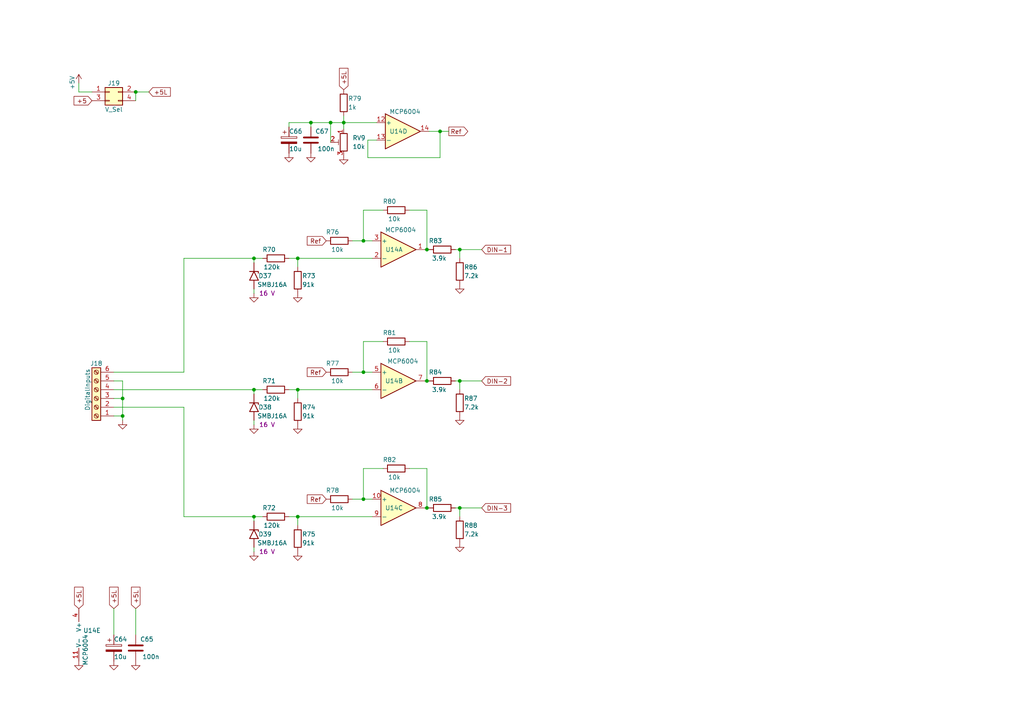
<source format=kicad_sch>
(kicad_sch (version 20211123) (generator eeschema)
  (paper "A4")
  (lib_symbols
    (symbol "Amplifier_Operational:MCP6004" (pin_names (offset 0.127))
      (property "Reference" "U" (at 0 5.08 0))
      (property "Value" "MCP6004" (at 0 -5.08 0))
      (symbol "MCP6004_1_1"
        (polyline (pts (xy -5.08 5.08) (xy 5.08 0) (xy -5.08 -5.08) (xy -5.08 5.08)) (stroke (width 0.254)) (fill (type background)))
        (pin output line (at 7.62 0 180) (length 2.54) (name "~") (number "1"))
        (pin input line (at -7.62 -2.54 0) (length 2.54) (name "-") (number "2"))
        (pin input line (at -7.62 2.54 0) (length 2.54) (name "+") (number "3"))
      )
      (symbol "MCP6004_2_1"
        (polyline (pts (xy -5.08 5.08) (xy 5.08 0) (xy -5.08 -5.08) (xy -5.08 5.08)) (stroke (width 0.254)) (fill (type background)))
        (pin input line (at -7.62 2.54 0) (length 2.54) (name "+") (number "5"))
        (pin input line (at -7.62 -2.54 0) (length 2.54) (name "-") (number "6"))
        (pin output line (at 7.62 0 180) (length 2.54) (name "~") (number "7"))
      )
      (symbol "MCP6004_3_1"
        (polyline (pts (xy -5.08 5.08) (xy 5.08 0) (xy -5.08 -5.08) (xy -5.08 5.08)) (stroke (width 0.254)) (fill (type background)))
        (pin input line (at -7.62 2.54 0) (length 2.54) (name "+") (number "10"))
        (pin output line (at 7.62 0 180) (length 2.54) (name "~") (number "8"))
        (pin input line (at -7.62 -2.54 0) (length 2.54) (name "-") (number "9"))
      )
      (symbol "MCP6004_4_1"
        (polyline (pts (xy -5.08 5.08) (xy 5.08 0) (xy -5.08 -5.08) (xy -5.08 5.08)) (stroke (width 0.254)) (fill (type background)))
        (pin input line (at -7.62 2.54 0) (length 2.54) (name "+") (number "12"))
        (pin input line (at -7.62 -2.54 0) (length 2.54) (name "-") (number "13"))
        (pin output line (at 7.62 0 180) (length 2.54) (name "~") (number "14"))
      )
      (symbol "MCP6004_5_1"
        (pin power_in line (at -2.54 -7.62 90) (length 3.81) (name "V-") (number "11"))
        (pin power_in line (at -2.54 7.62 270) (length 3.81) (name "V+") (number "4"))
      )
    )
    (symbol "Connector:Screw_Terminal_01x06" (pin_names (offset 1.016) hide)
      (property "Reference" "J" (at 0 7.62 0))
      (property "Value" "Screw_Terminal_01x06" (at 0 -10.16 0))
      (symbol "Screw_Terminal_01x06_1_1"
        (rectangle (start -1.27 6.35) (end 1.27 -8.89) (stroke (width 0.254)) (fill (type background)))
        (circle (center 0 -7.62) (radius 0.635) (stroke (width 0.1524)))
        (circle (center 0 -5.08) (radius 0.635) (stroke (width 0.1524)))
        (circle (center 0 -2.54) (radius 0.635) (stroke (width 0.1524)))
        (polyline (pts (xy -0.5334 -7.2898) (xy 0.3302 -8.128)) (stroke (width 0.1524)))
        (polyline (pts (xy -0.5334 -4.7498) (xy 0.3302 -5.588)) (stroke (width 0.1524)))
        (polyline (pts (xy -0.5334 -2.2098) (xy 0.3302 -3.048)) (stroke (width 0.1524)))
        (polyline (pts (xy -0.5334 0.3302) (xy 0.3302 -0.508)) (stroke (width 0.1524)))
        (polyline (pts (xy -0.5334 2.8702) (xy 0.3302 2.032)) (stroke (width 0.1524)))
        (polyline (pts (xy -0.5334 5.4102) (xy 0.3302 4.572)) (stroke (width 0.1524)))
        (polyline (pts (xy -0.3556 -7.112) (xy 0.508 -7.9502)) (stroke (width 0.1524)))
        (polyline (pts (xy -0.3556 -4.572) (xy 0.508 -5.4102)) (stroke (width 0.1524)))
        (polyline (pts (xy -0.3556 -2.032) (xy 0.508 -2.8702)) (stroke (width 0.1524)))
        (polyline (pts (xy -0.3556 0.508) (xy 0.508 -0.3302)) (stroke (width 0.1524)))
        (polyline (pts (xy -0.3556 3.048) (xy 0.508 2.2098)) (stroke (width 0.1524)))
        (polyline (pts (xy -0.3556 5.588) (xy 0.508 4.7498)) (stroke (width 0.1524)))
        (circle (center 0 0) (radius 0.635) (stroke (width 0.1524)))
        (circle (center 0 2.54) (radius 0.635) (stroke (width 0.1524)))
        (circle (center 0 5.08) (radius 0.635) (stroke (width 0.1524)))
        (pin passive line (at -5.08 5.08 0) (length 3.81) (name "Pin_1") (number "1"))
        (pin passive line (at -5.08 2.54 0) (length 3.81) (name "Pin_2") (number "2"))
        (pin passive line (at -5.08 0 0) (length 3.81) (name "Pin_3") (number "3"))
        (pin passive line (at -5.08 -2.54 0) (length 3.81) (name "Pin_4") (number "4"))
        (pin passive line (at -5.08 -5.08 0) (length 3.81) (name "Pin_5") (number "5"))
        (pin passive line (at -5.08 -7.62 0) (length 3.81) (name "Pin_6") (number "6"))
      )
    )
    (symbol "Connector_Generic:Conn_02x02_Odd_Even" (pin_names (offset 1.016) hide)
      (property "Reference" "J" (at 1.27 2.54 0))
      (property "Value" "Conn_02x02_Odd_Even" (at 1.27 -5.08 0))
      (symbol "Conn_02x02_Odd_Even_1_1"
        (rectangle (start -1.27 -2.413) (end 0 -2.667) (stroke (width 0.1524)))
        (rectangle (start -1.27 0.127) (end 0 -0.127) (stroke (width 0.1524)))
        (rectangle (start -1.27 1.27) (end 3.81 -3.81) (stroke (width 0.254)) (fill (type background)))
        (rectangle (start 3.81 -2.413) (end 2.54 -2.667) (stroke (width 0.1524)))
        (rectangle (start 3.81 0.127) (end 2.54 -0.127) (stroke (width 0.1524)))
        (pin passive line (at -5.08 0 0) (length 3.81) (name "Pin_1") (number "1"))
        (pin passive line (at 7.62 0 180) (length 3.81) (name "Pin_2") (number "2"))
        (pin passive line (at -5.08 -2.54 0) (length 3.81) (name "Pin_3") (number "3"))
        (pin passive line (at 7.62 -2.54 180) (length 3.81) (name "Pin_4") (number "4"))
      )
    )
    (symbol "Device:C" (pin_numbers hide) (pin_names (offset 0.254))
      (property "Reference" "C" (at 0.635 2.54 0))
      (property "Value" "C" (at 0.635 -2.54 0))
      (symbol "C_0_1"
        (polyline (pts (xy -2.032 -0.762) (xy 2.032 -0.762)) (stroke (width 0.508)))
        (polyline (pts (xy -2.032 0.762) (xy 2.032 0.762)) (stroke (width 0.508)))
      )
      (symbol "C_1_1"
        (pin passive line (at 0 3.81 270) (length 2.794) (name "~") (number "1"))
        (pin passive line (at 0 -3.81 90) (length 2.794) (name "~") (number "2"))
      )
    )
    (symbol "Device:C_Polarized" (pin_numbers hide) (pin_names (offset 0.254))
      (property "Reference" "C" (at 0.635 2.54 0))
      (property "Value" "C_Polarized" (at 0.635 -2.54 0))
      (symbol "C_Polarized_0_1"
        (rectangle (start -2.286 0.508) (end 2.286 1.016))
        (polyline (pts (xy -1.778 2.286) (xy -0.762 2.286)))
        (polyline (pts (xy -1.27 2.794) (xy -1.27 1.778)))
        (rectangle (start 2.286 -0.508) (end -2.286 -1.016) (fill (type outline)))
      )
      (symbol "C_Polarized_1_1"
        (pin passive line (at 0 3.81 270) (length 2.794) (name "~") (number "1"))
        (pin passive line (at 0 -3.81 90) (length 2.794) (name "~") (number "2"))
      )
    )
    (symbol "Device:R" (pin_numbers hide) (pin_names (offset 0))
      (property "Reference" "R" (at 2.032 0 90))
      (property "Value" "R" (at 0 0 90))
      (symbol "R_0_1"
        (rectangle (start -1.016 -2.54) (end 1.016 2.54) (stroke (width 0.254)))
      )
      (symbol "R_1_1"
        (pin passive line (at 0 3.81 270) (length 1.27) (name "~") (number "1"))
        (pin passive line (at 0 -3.81 90) (length 1.27) (name "~") (number "2"))
      )
    )
    (symbol "Device:R_Potentiometer_Trim" (pin_names (offset 1.016) hide)
      (property "Reference" "RV" (at -4.445 0 90))
      (property "Value" "R_Potentiometer_Trim" (at -2.54 0 90))
      (symbol "R_Potentiometer_Trim_0_1"
        (polyline (pts (xy 1.524 0.762) (xy 1.524 -0.762)))
        (polyline (pts (xy 2.54 0) (xy 1.524 0)))
        (rectangle (start 1.016 2.54) (end -1.016 -2.54) (stroke (width 0.254)))
      )
      (symbol "R_Potentiometer_Trim_1_1"
        (pin passive line (at 0 3.81 270) (length 1.27) (name "1") (number "1"))
        (pin passive line (at 3.81 0 180) (length 1.27) (name "2") (number "2"))
        (pin passive line (at 0 -3.81 90) (length 1.27) (name "3") (number "3"))
      )
    )
    (symbol "Diode:SM6T6V8A" (pin_numbers hide) (pin_names (offset 1.016) hide)
      (property "Reference" "D" (at 0 2.54 0))
      (property "Value" "SM6T6V8A" (at 0 -2.54 0))
      (symbol "SM6T6V8A_0_1"
        (polyline (pts (xy -0.762 1.27) (xy -1.27 1.27) (xy -1.27 -1.27)) (stroke (width 0.254)))
        (polyline (pts (xy 1.27 1.27) (xy 1.27 -1.27) (xy -1.27 0) (xy 1.27 1.27)) (stroke (width 0.254)))
      )
      (symbol "SM6T6V8A_1_1"
        (pin passive line (at -3.81 0 0) (length 2.54) (name "A1") (number "1"))
        (pin passive line (at 3.81 0 180) (length 2.54) (name "A2") (number "2"))
      )
    )
    (symbol "power:+5V" (power) (pin_names (offset 0))
      (property "Value" "+5V" (at 0 3.556 0))
      (symbol "+5V_0_1"
        (polyline (pts (xy -0.762 1.27) (xy 0 2.54)))
        (polyline (pts (xy 0 0) (xy 0 2.54)))
        (polyline (pts (xy 0 2.54) (xy 0.762 1.27)))
      )
      (symbol "+5V_1_1"
        (pin power_in line (at 0 0 90) (length 0) hide (name "+5V") (number "1"))
      )
    )
    (symbol "power:GND" (power) (pin_names (offset 0))
      (property "Value" "GND" (at 0 -3.81 0))
      (symbol "GND_0_1"
        (polyline (pts (xy 0 0) (xy 0 -1.27) (xy 1.27 -1.27) (xy 0 -2.54) (xy -1.27 -1.27) (xy 0 -1.27)))
      )
      (symbol "GND_1_1"
        (pin power_in line (at 0 0 270) (length 0) hide (name "GND") (number "1"))
      )
    )
  )
  (junction (at 105.41 144.78))
  (junction (at 39.37 26.67))
  (junction (at 90.17 35.56))
  (junction (at 86.36 149.86))
  (junction (at 86.36 113.03))
  (junction (at 99.695 35.56))
  (junction (at 133.35 72.39))
  (junction (at 73.66 149.86))
  (junction (at 123.825 72.39))
  (junction (at 35.56 120.65))
  (junction (at 105.41 107.95))
  (junction (at 73.66 74.93))
  (junction (at 123.825 110.49))
  (junction (at 105.41 69.85))
  (junction (at 133.35 110.49))
  (junction (at 73.66 113.03))
  (junction (at 127.635 38.1))
  (junction (at 35.56 115.57))
  (junction (at 86.36 74.93))
  (junction (at 133.35 147.32))
  (junction (at 95.885 35.56))
  (junction (at 123.825 147.32))
  (wire (pts (xy 33.02 118.11) (xy 53.34 118.11)))
  (wire (pts (xy 99.695 35.56) (xy 109.22 35.56)))
  (wire (pts (xy 53.34 118.11) (xy 53.34 149.86)))
  (wire (pts (xy 53.34 74.93) (xy 73.66 74.93)))
  (wire (pts (xy 106.68 45.72) (xy 127.635 45.72)))
  (wire (pts (xy 123.825 135.89) (xy 123.825 147.32)))
  (wire (pts (xy 118.745 99.06) (xy 123.825 99.06)))
  (wire (pts (xy 73.66 158.75) (xy 73.66 160.02)))
  (wire (pts (xy 132.08 110.49) (xy 133.35 110.49)))
  (wire (pts (xy 102.235 69.85) (xy 105.41 69.85)))
  (wire (pts (xy 124.46 147.32) (xy 123.825 147.32)))
  (wire (pts (xy 90.17 36.83) (xy 90.17 35.56)))
  (wire (pts (xy 39.37 26.67) (xy 43.18 26.67)))
  (wire (pts (xy 33.02 115.57) (xy 35.56 115.57)))
  (wire (pts (xy 105.41 107.95) (xy 107.95 107.95)))
  (wire (pts (xy 73.66 149.86) (xy 76.2 149.86)))
  (wire (pts (xy 107.95 74.93) (xy 86.36 74.93)))
  (wire (pts (xy 83.82 74.93) (xy 86.36 74.93)))
  (wire (pts (xy 124.46 110.49) (xy 123.825 110.49)))
  (wire (pts (xy 95.885 35.56) (xy 95.885 41.275)))
  (wire (pts (xy 90.17 35.56) (xy 95.885 35.56)))
  (wire (pts (xy 35.56 120.65) (xy 35.56 121.92)))
  (wire (pts (xy 111.125 60.96) (xy 105.41 60.96)))
  (wire (pts (xy 111.125 99.06) (xy 105.41 99.06)))
  (wire (pts (xy 35.56 115.57) (xy 35.56 120.65)))
  (wire (pts (xy 133.35 72.39) (xy 139.7 72.39)))
  (wire (pts (xy 99.695 35.56) (xy 95.885 35.56)))
  (wire (pts (xy 106.68 40.64) (xy 106.68 45.72)))
  (wire (pts (xy 73.66 74.93) (xy 76.2 74.93)))
  (wire (pts (xy 102.235 144.78) (xy 105.41 144.78)))
  (wire (pts (xy 105.41 135.89) (xy 105.41 144.78)))
  (wire (pts (xy 86.36 74.93) (xy 86.36 77.47)))
  (wire (pts (xy 105.41 99.06) (xy 105.41 107.95)))
  (wire (pts (xy 83.82 36.83) (xy 83.82 35.56)))
  (wire (pts (xy 133.35 72.39) (xy 133.35 74.93)))
  (wire (pts (xy 133.35 147.32) (xy 133.35 149.86)))
  (wire (pts (xy 26.67 26.67) (xy 22.86 26.67)))
  (wire (pts (xy 133.35 147.32) (xy 139.7 147.32)))
  (wire (pts (xy 123.825 72.39) (xy 123.19 72.39)))
  (wire (pts (xy 123.825 147.32) (xy 123.19 147.32)))
  (wire (pts (xy 86.36 113.03) (xy 107.95 113.03)))
  (wire (pts (xy 73.66 149.86) (xy 73.66 151.13)))
  (wire (pts (xy 123.825 60.96) (xy 123.825 72.39)))
  (wire (pts (xy 99.695 37.465) (xy 99.695 35.56)))
  (wire (pts (xy 118.745 135.89) (xy 123.825 135.89)))
  (wire (pts (xy 53.34 149.86) (xy 73.66 149.86)))
  (wire (pts (xy 73.66 113.03) (xy 76.2 113.03)))
  (wire (pts (xy 53.34 107.95) (xy 53.34 74.93)))
  (wire (pts (xy 33.02 176.53) (xy 33.02 184.15)))
  (wire (pts (xy 123.825 99.06) (xy 123.825 110.49)))
  (wire (pts (xy 73.66 74.93) (xy 73.66 76.2)))
  (wire (pts (xy 127.635 38.1) (xy 130.175 38.1)))
  (wire (pts (xy 133.35 110.49) (xy 139.7 110.49)))
  (wire (pts (xy 86.36 149.86) (xy 86.36 152.4)))
  (wire (pts (xy 132.08 72.39) (xy 133.35 72.39)))
  (wire (pts (xy 73.66 121.92) (xy 73.66 123.19)))
  (wire (pts (xy 132.08 147.32) (xy 133.35 147.32)))
  (wire (pts (xy 86.36 113.03) (xy 86.36 115.57)))
  (wire (pts (xy 105.41 60.96) (xy 105.41 69.85)))
  (wire (pts (xy 39.37 26.67) (xy 39.37 29.21)))
  (wire (pts (xy 35.56 110.49) (xy 35.56 115.57)))
  (wire (pts (xy 33.02 110.49) (xy 35.56 110.49)))
  (wire (pts (xy 111.125 135.89) (xy 105.41 135.89)))
  (wire (pts (xy 39.37 176.53) (xy 39.37 184.15)))
  (wire (pts (xy 102.235 107.95) (xy 105.41 107.95)))
  (wire (pts (xy 118.745 60.96) (xy 123.825 60.96)))
  (wire (pts (xy 83.82 113.03) (xy 86.36 113.03)))
  (wire (pts (xy 109.22 40.64) (xy 106.68 40.64)))
  (wire (pts (xy 73.66 83.82) (xy 73.66 85.09)))
  (wire (pts (xy 83.82 149.86) (xy 86.36 149.86)))
  (wire (pts (xy 33.02 107.95) (xy 53.34 107.95)))
  (wire (pts (xy 86.36 149.86) (xy 107.95 149.86)))
  (wire (pts (xy 73.66 113.03) (xy 73.66 114.3)))
  (wire (pts (xy 133.35 110.49) (xy 133.35 113.03)))
  (wire (pts (xy 127.635 45.72) (xy 127.635 38.1)))
  (wire (pts (xy 124.46 38.1) (xy 127.635 38.1)))
  (wire (pts (xy 123.825 110.49) (xy 123.19 110.49)))
  (wire (pts (xy 83.82 35.56) (xy 90.17 35.56)))
  (wire (pts (xy 33.02 113.03) (xy 73.66 113.03)))
  (wire (pts (xy 124.46 72.39) (xy 123.825 72.39)))
  (wire (pts (xy 22.86 26.67) (xy 22.86 24.13)))
  (wire (pts (xy 33.02 120.65) (xy 35.56 120.65)))
  (wire (pts (xy 105.41 69.85) (xy 107.95 69.85)))
  (wire (pts (xy 99.695 33.655) (xy 99.695 35.56)))
  (wire (pts (xy 105.41 144.78) (xy 107.95 144.78)))
  (global_label "+5L" (shape input) (at 33.02 176.53 90) (property "Intersheet References" "${INTERSHEET_REFS}" (effects hide)))
  (global_label "+5L" (shape input) (at 43.18 26.67 0) (property "Intersheet References" "${INTERSHEET_REFS}" (effects hide)))
  (global_label "DIN-1" (shape input) (at 139.7 72.39 0) (property "Intersheet References" "${INTERSHEET_REFS}" (effects hide)))
  (global_label "Ref" (shape input) (at 94.615 144.78 180) (property "Intersheet References" "${INTERSHEET_REFS}" (effects hide)))
  (global_label "+5L" (shape input) (at 39.37 176.53 90) (property "Intersheet References" "${INTERSHEET_REFS}" (effects hide)))
  (global_label "+5L" (shape input) (at 22.86 176.53 90) (property "Intersheet References" "${INTERSHEET_REFS}" (effects hide)))
  (global_label "Ref" (shape input) (at 94.615 69.85 180) (property "Intersheet References" "${INTERSHEET_REFS}" (effects hide)))
  (global_label "DIN-3" (shape input) (at 139.7 147.32 0) (property "Intersheet References" "${INTERSHEET_REFS}" (effects hide)))
  (global_label "Ref" (shape input) (at 94.615 107.95 180) (property "Intersheet References" "${INTERSHEET_REFS}" (effects hide)))
  (global_label "DIN-2" (shape input) (at 139.7 110.49 0) (property "Intersheet References" "${INTERSHEET_REFS}" (effects hide)))
  (global_label "Ref" (shape output) (at 130.175 38.1 0) (property "Intersheet References" "${INTERSHEET_REFS}" (effects hide)))
  (global_label "+5L" (shape input) (at 99.695 26.035 90) (property "Intersheet References" "${INTERSHEET_REFS}" (effects hide)))
  (global_label "+5" (shape input) (at 26.67 29.21 180) (property "Intersheet References" "${INTERSHEET_REFS}" (effects hide)))
  (symbol (lib_id "power:GND") (at 73.66 123.19 0) (unit 1)
    (property "Reference" "#PWR0181" (effects hide))
    (property "Value" "GND" (effects hide))
  )
  (symbol (lib_id "Device:R") (at 80.01 74.93 90) (unit 1)
    (property "Reference" "R70" (at 80.01 72.39 90) (effects (justify left)))
    (property "Value" "120k" (at 81.28 77.47 90) (effects (justify left)))
    (property "Footprint" "Resistor_SMD:R_0402_1005Metric" (effects hide))
  )
  (symbol (lib_id "Connector_Generic:Conn_02x02_Odd_Even") (at 31.75 26.67 0) (unit 1)
    (property "Reference" "J19" (at 33.02 24.13 0))
    (property "Value" "V_Sel" (at 33.02 31.75 0))
    (property "Footprint" "Connector_PinHeader_2.54mm:PinHeader_2x02_P2.54mm_Vertical" (effects hide))
  )
  (symbol (lib_id "Device:R") (at 114.935 60.96 90) (unit 1)
    (property "Reference" "R80" (at 114.935 58.42 90) (effects (justify left)))
    (property "Value" "10k" (at 116.205 63.5 90) (effects (justify left)))
    (property "Footprint" "Resistor_SMD:R_0402_1005Metric" (effects hide))
  )
  (symbol (lib_id "Amplifier_Operational:MCP6004") (at 25.4 184.15 0) (unit 5)
    (property "Reference" "U14" (at 24.13 182.8799 0) (effects (justify left)))
    (property "Value" "MCP6004" (at 24.765 193.04 90) (effects (justify left)))
    (property "Footprint" "Package_SO:TSSOP-14_4.4x5mm_P0.65mm" (effects hide))
    (property "Datasheet" "http://ww1.microchip.com/downloads/en/DeviceDoc/21733j.pdf" (effects hide))
  )
  (symbol (lib_id "power:GND") (at 83.82 44.45 0) (unit 1)
    (property "Reference" "#PWR0183" (effects hide))
    (property "Value" "GND" (effects hide))
  )
  (symbol (lib_id "power:GND") (at 73.66 85.09 0) (unit 1)
    (property "Reference" "#PWR0180" (effects hide))
    (property "Value" "GND" (effects hide))
  )
  (symbol (lib_id "Device:R") (at 128.27 110.49 90) (unit 1)
    (property "Reference" "R84" (at 128.27 107.95 90) (effects (justify left)))
    (property "Value" "3.9k" (at 129.54 113.03 90) (effects (justify left)))
    (property "Footprint" "Resistor_SMD:R_0402_1005Metric" (effects hide))
  )
  (symbol (lib_id "Device:R") (at 86.36 119.38 0) (unit 1)
    (property "Reference" "R74" (at 87.63 118.11 0) (effects (justify left)))
    (property "Value" "91k" (at 87.63 120.65 0) (effects (justify left)))
    (property "Footprint" "Resistor_SMD:R_0402_1005Metric" (effects hide))
  )
  (symbol (lib_id "Diode:SM6T6V8A") (at 73.66 118.11 270) (unit 1)
    (property "Reference" "D38" (at 74.93 118.11 90) (effects (justify left)))
    (property "Value" " SMBJ16A" (at 73.66 120.65 90) (effects (justify left)))
    (property "Footprint" "Diode_SMD:D_0805_2012Metric" (effects hide))
    (property "Datasheet" "https://www.st.com/resource/en/datasheet/sm6t.pdf" (effects hide))
    (property "Voltage" "16 V" (at 77.47 123.19 90))
  )
  (symbol (lib_id "power:GND") (at 90.17 44.45 0) (unit 1)
    (property "Reference" "#PWR0187" (effects hide))
    (property "Value" "GND" (effects hide))
  )
  (symbol (lib_id "power:GND") (at 133.35 82.55 0) (unit 1)
    (property "Reference" "#PWR0189" (effects hide))
    (property "Value" "GND" (effects hide))
  )
  (symbol (lib_id "Device:R") (at 114.935 99.06 90) (unit 1)
    (property "Reference" "R81" (at 114.935 96.52 90) (effects (justify left)))
    (property "Value" "10k" (at 116.205 101.6 90) (effects (justify left)))
    (property "Footprint" "Resistor_SMD:R_0402_1005Metric" (effects hide))
  )
  (symbol (lib_id "Device:R") (at 133.35 116.84 0) (unit 1)
    (property "Reference" "R87" (at 134.62 115.57 0) (effects (justify left)))
    (property "Value" "7.2k" (at 134.62 118.11 0) (effects (justify left)))
    (property "Footprint" "Resistor_SMD:R_0402_1005Metric" (effects hide))
  )
  (symbol (lib_id "Amplifier_Operational:MCP6004") (at 116.84 38.1 0) (unit 4)
    (property "Reference" "U14" (at 115.57 38.1 0))
    (property "Value" "MCP6004" (at 117.475 32.385 0))
    (property "Footprint" "Package_SO:TSSOP-14_4.4x5mm_P0.65mm" (effects hide))
    (property "Datasheet" "http://ww1.microchip.com/downloads/en/DeviceDoc/21733j.pdf" (effects hide))
  )
  (symbol (lib_id "Device:R") (at 133.35 153.67 0) (unit 1)
    (property "Reference" "R88" (at 134.62 152.4 0) (effects (justify left)))
    (property "Value" "7.2k" (at 134.62 154.94 0) (effects (justify left)))
    (property "Footprint" "Resistor_SMD:R_0402_1005Metric" (effects hide))
  )
  (symbol (lib_id "power:GND") (at 73.66 160.02 0) (unit 1)
    (property "Reference" "#PWR0182" (effects hide))
    (property "Value" "GND" (effects hide))
  )
  (symbol (lib_id "Diode:SM6T6V8A") (at 73.66 80.01 270) (unit 1)
    (property "Reference" "D37" (at 74.93 80.01 90) (effects (justify left)))
    (property "Value" " SMBJ16A" (at 73.66 82.55 90) (effects (justify left)))
    (property "Footprint" "Diode_SMD:D_0805_2012Metric" (effects hide))
    (property "Datasheet" "https://www.st.com/resource/en/datasheet/sm6t.pdf" (effects hide))
    (property "Voltage" "16 V" (at 77.47 85.09 90))
  )
  (symbol (lib_id "Device:R") (at 80.01 113.03 90) (unit 1)
    (property "Reference" "R71" (at 80.01 110.49 90) (effects (justify left)))
    (property "Value" "120k" (at 81.28 115.57 90) (effects (justify left)))
    (property "Footprint" "Resistor_SMD:R_0402_1005Metric" (effects hide))
  )
  (symbol (lib_id "Device:R") (at 128.27 72.39 90) (unit 1)
    (property "Reference" "R83" (at 128.27 69.85 90) (effects (justify left)))
    (property "Value" "3.9k" (at 129.54 74.93 90) (effects (justify left)))
    (property "Footprint" "Resistor_SMD:R_0402_1005Metric" (effects hide))
  )
  (symbol (lib_id "Diode:SM6T6V8A") (at 73.66 154.94 270) (unit 1)
    (property "Reference" "D39" (at 74.93 154.94 90) (effects (justify left)))
    (property "Value" " SMBJ16A" (at 73.66 157.48 90) (effects (justify left)))
    (property "Footprint" "Diode_SMD:D_0805_2012Metric" (effects hide))
    (property "Datasheet" "https://www.st.com/resource/en/datasheet/sm6t.pdf" (effects hide))
    (property "Voltage" "16 V" (at 77.47 160.02 90))
  )
  (symbol (lib_id "Device:R_Potentiometer_Trim") (at 99.695 41.275 0) (mirror y) (unit 1)
    (property "Reference" "RV9" (at 102.235 40.0049 0) (effects (justify right)))
    (property "Value" "10k" (at 102.235 42.5449 0) (effects (justify right)))
    (property "Footprint" "Potentiometer_SMD:Potentiometer_Bourns_3314J_Vertical" (effects hide))
  )
  (symbol (lib_id "Connector:Screw_Terminal_01x06") (at 27.94 115.57 180) (unit 1)
    (property "Reference" "J18" (at 27.94 105.41 0))
    (property "Value" "DigitalInputs" (at 25.4 113.03 90))
    (property "Footprint" "Connector_PinHeader_2.54mm:PinHeader_1x06_P2.54mm_Vertical" (effects hide))
  )
  (symbol (lib_id "power:GND") (at 39.37 191.77 0) (unit 1)
    (property "Reference" "#PWR0179" (effects hide))
    (property "Value" "GND" (effects hide))
  )
  (symbol (lib_id "Device:C") (at 90.17 40.64 0) (unit 1)
    (property "Reference" "C67" (at 91.44 38.1 0) (effects (justify left)))
    (property "Value" "100n" (at 92.075 43.18 0) (effects (justify left)))
    (property "Footprint" "Capacitor_SMD:C_0402_1005Metric" (effects hide))
  )
  (symbol (lib_id "Device:C_Polarized") (at 83.82 40.64 0) (unit 1)
    (property "Reference" "C66" (at 83.82 38.1 0) (effects (justify left)))
    (property "Value" "10u" (at 83.82 43.18 0) (effects (justify left)))
    (property "Footprint" "Capacitor_SMD:CP_Elec_6.3x4.5" (effects hide))
  )
  (symbol (lib_id "power:GND") (at 33.02 191.77 0) (unit 1)
    (property "Reference" "#PWR0177" (effects hide))
    (property "Value" "GND" (effects hide))
  )
  (symbol (lib_id "Device:R") (at 128.27 147.32 90) (unit 1)
    (property "Reference" "R85" (at 128.27 144.78 90) (effects (justify left)))
    (property "Value" "3.9k" (at 129.54 149.86 90) (effects (justify left)))
    (property "Footprint" "Resistor_SMD:R_0402_1005Metric" (effects hide))
  )
  (symbol (lib_id "power:GND") (at 22.86 191.77 0) (unit 1)
    (property "Reference" "#PWR0176" (effects hide))
    (property "Value" "GND" (effects hide))
  )
  (symbol (lib_id "power:GND") (at 99.695 45.085 0) (unit 1)
    (property "Reference" "#PWR0188" (effects hide))
    (property "Value" "GND" (effects hide))
  )
  (symbol (lib_id "Amplifier_Operational:MCP6004") (at 115.57 147.32 0) (unit 3)
    (property "Reference" "U14" (at 114.3 147.32 0))
    (property "Value" "MCP6004" (at 117.475 142.24 0))
    (property "Footprint" "Package_SO:TSSOP-14_4.4x5mm_P0.65mm" (effects hide))
    (property "Datasheet" "http://ww1.microchip.com/downloads/en/DeviceDoc/21733j.pdf" (effects hide))
  )
  (symbol (lib_id "Device:R") (at 86.36 156.21 0) (unit 1)
    (property "Reference" "R75" (at 87.63 154.94 0) (effects (justify left)))
    (property "Value" "91k" (at 87.63 157.48 0) (effects (justify left)))
    (property "Footprint" "Resistor_SMD:R_0402_1005Metric" (effects hide))
  )
  (symbol (lib_id "power:GND") (at 133.35 120.65 0) (unit 1)
    (property "Reference" "#PWR0190" (effects hide))
    (property "Value" "GND" (effects hide))
  )
  (symbol (lib_id "power:GND") (at 86.36 160.02 0) (unit 1)
    (property "Reference" "#PWR0186" (effects hide))
    (property "Value" "GND" (effects hide))
  )
  (symbol (lib_id "Device:R") (at 133.35 78.74 0) (unit 1)
    (property "Reference" "R86" (at 134.62 77.47 0) (effects (justify left)))
    (property "Value" "7.2k" (at 134.62 80.01 0) (effects (justify left)))
    (property "Footprint" "Resistor_SMD:R_0402_1005Metric" (effects hide))
  )
  (symbol (lib_id "Device:C") (at 39.37 187.96 0) (unit 1)
    (property "Reference" "C65" (at 40.64 185.42 0) (effects (justify left)))
    (property "Value" "100n" (at 41.275 190.5 0) (effects (justify left)))
    (property "Footprint" "Capacitor_SMD:C_0402_1005Metric" (effects hide))
  )
  (symbol (lib_id "Device:R") (at 98.425 144.78 90) (unit 1)
    (property "Reference" "R78" (at 98.425 142.24 90) (effects (justify left)))
    (property "Value" "10k" (at 99.695 147.32 90) (effects (justify left)))
    (property "Footprint" "Resistor_SMD:R_0402_1005Metric" (effects hide))
  )
  (symbol (lib_id "power:GND") (at 133.35 157.48 0) (unit 1)
    (property "Reference" "#PWR0191" (effects hide))
    (property "Value" "GND" (effects hide))
  )
  (symbol (lib_id "Device:R") (at 98.425 107.95 90) (unit 1)
    (property "Reference" "R77" (at 98.425 105.41 90) (effects (justify left)))
    (property "Value" "10k" (at 99.695 110.49 90) (effects (justify left)))
    (property "Footprint" "Resistor_SMD:R_0402_1005Metric" (effects hide))
  )
  (symbol (lib_id "Amplifier_Operational:MCP6004") (at 115.57 72.39 0) (unit 1)
    (property "Reference" "U14" (at 114.3 72.39 0))
    (property "Value" "MCP6004" (at 116.205 66.675 0))
    (property "Footprint" "Package_SO:TSSOP-14_4.4x5mm_P0.65mm" (effects hide))
    (property "Datasheet" "http://ww1.microchip.com/downloads/en/DeviceDoc/21733j.pdf" (effects hide))
  )
  (symbol (lib_id "Device:R") (at 99.695 29.845 0) (unit 1)
    (property "Reference" "R79" (at 100.965 28.575 0) (effects (justify left)))
    (property "Value" "1k" (at 100.965 31.115 0) (effects (justify left)))
    (property "Footprint" "Resistor_SMD:R_0402_1005Metric" (effects hide))
  )
  (symbol (lib_id "Amplifier_Operational:MCP6004") (at 115.57 110.49 0) (unit 2)
    (property "Reference" "U14" (at 114.3 110.49 0))
    (property "Value" "MCP6004" (at 116.84 104.775 0))
    (property "Footprint" "Package_SO:TSSOP-14_4.4x5mm_P0.65mm" (effects hide))
    (property "Datasheet" "http://ww1.microchip.com/downloads/en/DeviceDoc/21733j.pdf" (effects hide))
  )
  (symbol (lib_id "Device:R") (at 86.36 81.28 0) (unit 1)
    (property "Reference" "R73" (at 87.63 80.01 0) (effects (justify left)))
    (property "Value" "91k" (at 87.63 82.55 0) (effects (justify left)))
    (property "Footprint" "Resistor_SMD:R_0402_1005Metric" (effects hide))
  )
  (symbol (lib_id "Device:R") (at 98.425 69.85 90) (unit 1)
    (property "Reference" "R76" (at 98.425 67.31 90) (effects (justify left)))
    (property "Value" "10k" (at 99.695 72.39 90) (effects (justify left)))
    (property "Footprint" "Resistor_SMD:R_0402_1005Metric" (effects hide))
  )
  (symbol (lib_id "power:GND") (at 86.36 123.19 0) (unit 1)
    (property "Reference" "#PWR0185" (effects hide))
    (property "Value" "GND" (effects hide))
  )
  (symbol (lib_id "Device:R") (at 80.01 149.86 90) (unit 1)
    (property "Reference" "R72" (at 80.01 147.32 90) (effects (justify left)))
    (property "Value" "120k" (at 81.28 152.4 90) (effects (justify left)))
    (property "Footprint" "Resistor_SMD:R_0402_1005Metric" (effects hide))
  )
  (symbol (lib_id "Device:C_Polarized") (at 33.02 187.96 0) (unit 1)
    (property "Reference" "C64" (at 33.02 185.42 0) (effects (justify left)))
    (property "Value" "10u" (at 33.02 190.5 0) (effects (justify left)))
    (property "Footprint" "Capacitor_SMD:CP_Elec_6.3x4.5" (effects hide))
  )
  (symbol (lib_id "power:GND") (at 86.36 85.09 0) (unit 1)
    (property "Reference" "#PWR0184" (effects hide))
    (property "Value" "GND" (effects hide))
  )
  (symbol (lib_id "power:GND") (at 35.56 121.92 0) (unit 1)
    (property "Reference" "#PWR0178" (effects hide))
    (property "Value" "GND" (effects hide))
  )
  (symbol (lib_id "power:+5V") (at 22.86 24.13 0) (unit 1)
    (property "Reference" "#PWR0175" (effects hide))
    (property "Value" "+5V" (at 20.955 26.035 90) (effects (justify left)))
  )
  (symbol (lib_id "Device:R") (at 114.935 135.89 90) (unit 1)
    (property "Reference" "R82" (at 114.935 133.35 90) (effects (justify left)))
    (property "Value" "10k" (at 116.205 138.43 90) (effects (justify left)))
    (property "Footprint" "Resistor_SMD:R_0402_1005Metric" (effects hide))
  )
)
</source>
